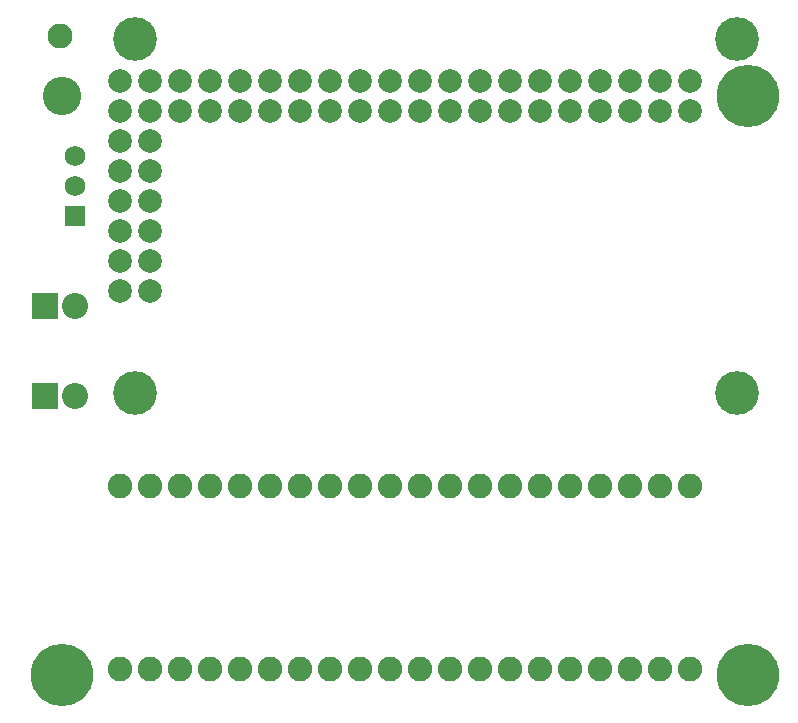
<source format=gbs>
G04 Layer: BottomSolderMaskLayer*
G04 EasyEDA v6.3.22, 2020-01-25T23:38:18+00:00*
G04 9703bbce67ff49f59cf1a8212616356f,50f9dc15ed21485093dd89aa00421481,09*
G04 Gerber Generator version 0.2*
G04 Scale: 100 percent, Rotated: No, Reflected: No *
G04 Dimensions in inches *
G04 leading zeros omitted , absolute positions ,2 integer and 4 decimal *
%FSLAX24Y24*%
%MOIN*%
G90*
G70D02*

%ADD38C,0.078866*%
%ADD39C,0.082000*%
%ADD41C,0.086740*%
%ADD45C,0.082803*%
%ADD47C,0.068000*%
%ADD48C,0.128000*%
%ADD49C,0.145790*%
%ADD50C,0.208000*%

%LPD*%
G54D38*
G01X4300Y19165D03*
G01X4300Y18165D03*
G01X4300Y17165D03*
G01X4300Y16165D03*
G01X4300Y15165D03*
G01X4300Y14165D03*
G01X3300Y14165D03*
G01X3300Y15165D03*
G01X3300Y16165D03*
G01X3300Y17165D03*
G01X3300Y18165D03*
G01X22300Y21165D03*
G01X22300Y20165D03*
G01X21300Y21165D03*
G01X21300Y20165D03*
G01X20300Y21165D03*
G01X20300Y20165D03*
G01X19300Y21165D03*
G01X19300Y20165D03*
G01X18300Y20165D03*
G01X17300Y21165D03*
G01X17300Y20165D03*
G01X16300Y21165D03*
G01X16300Y20165D03*
G01X15300Y21165D03*
G01X15300Y20165D03*
G01X14300Y21165D03*
G01X14300Y20165D03*
G01X13300Y21165D03*
G01X13300Y20165D03*
G01X12300Y21165D03*
G01X12300Y20165D03*
G01X11300Y21165D03*
G01X11300Y20165D03*
G01X10300Y21165D03*
G01X10300Y20165D03*
G01X9300Y21165D03*
G01X9300Y20165D03*
G01X8300Y21165D03*
G01X8300Y20165D03*
G01X7300Y21165D03*
G01X7300Y20165D03*
G01X6300Y21165D03*
G01X6300Y20165D03*
G01X5300Y21165D03*
G01X5300Y20165D03*
G01X4300Y21165D03*
G01X4300Y20165D03*
G01X3300Y21165D03*
G54D39*
G01X3300Y7665D03*
G01X4300Y7665D03*
G01X5300Y7665D03*
G01X6300Y7665D03*
G01X7300Y7665D03*
G01X8300Y7665D03*
G01X9300Y7665D03*
G01X10300Y7665D03*
G01X11300Y7665D03*
G01X12300Y7665D03*
G01X13300Y7665D03*
G01X14300Y7665D03*
G01X15300Y7665D03*
G01X16300Y7665D03*
G01X17300Y7665D03*
G01X18300Y7665D03*
G01X19300Y7665D03*
G01X20300Y7665D03*
G01X21300Y7665D03*
G01X22300Y7665D03*
G01X22300Y1565D03*
G01X21300Y1565D03*
G01X20300Y1565D03*
G01X19300Y1565D03*
G01X18300Y1565D03*
G01X17300Y1565D03*
G01X16300Y1565D03*
G01X15300Y1565D03*
G01X13300Y1565D03*
G01X12300Y1565D03*
G01X11300Y1565D03*
G01X10300Y1565D03*
G01X9300Y1565D03*
G01X8300Y1565D03*
G01X7300Y1565D03*
G01X6300Y1565D03*
G01X5300Y1565D03*
G01X4300Y1565D03*
G01X3300Y1565D03*
G01X14300Y1565D03*
G54D38*
G01X22300Y21165D03*
G01X22300Y20165D03*
G01X21300Y21165D03*
G01X21300Y20165D03*
G01X20300Y21165D03*
G01X20300Y20165D03*
G01X19300Y21165D03*
G01X19300Y20165D03*
G01X18300Y21165D03*
G01X18300Y20165D03*
G01X17300Y21165D03*
G01X17300Y20165D03*
G01X16300Y21165D03*
G01X16300Y20165D03*
G01X15300Y21165D03*
G01X15300Y20165D03*
G01X14300Y21165D03*
G01X14300Y20165D03*
G01X13300Y21165D03*
G01X13300Y20165D03*
G01X12300Y21165D03*
G01X12300Y20165D03*
G01X11300Y21165D03*
G01X11300Y20165D03*
G01X10300Y21165D03*
G01X10300Y20165D03*
G01X9300Y21165D03*
G01X9300Y20165D03*
G01X8300Y21165D03*
G01X8300Y20165D03*
G01X7300Y21165D03*
G01X7300Y20165D03*
G01X6300Y21165D03*
G01X6300Y20165D03*
G01X5300Y21165D03*
G01X5300Y20165D03*
G01X4300Y21165D03*
G01X4300Y20165D03*
G01X3300Y21165D03*
G01X4300Y19165D03*
G01X4300Y18165D03*
G01X4300Y17165D03*
G01X4300Y16165D03*
G01X4300Y15165D03*
G01X4300Y14165D03*
G01X3300Y14165D03*
G01X3300Y15165D03*
G01X3300Y16165D03*
G01X3300Y17165D03*
G01X3300Y18165D03*
G36*
G01X366Y13232D02*
G01X366Y14099D01*
G01X1234Y14099D01*
G01X1234Y13232D01*
G01X366Y13232D01*
G37*
G54D41*
G01X1800Y13665D03*
G36*
G01X366Y10232D02*
G01X366Y11099D01*
G01X1234Y11099D01*
G01X1234Y10232D01*
G01X366Y10232D01*
G37*
G01X1800Y10665D03*
G54D38*
G01X3300Y7665D03*
G01X4300Y7665D03*
G01X5300Y7665D03*
G01X6300Y7665D03*
G01X7300Y7665D03*
G01X8300Y7665D03*
G01X9300Y7665D03*
G01X10300Y7665D03*
G01X11300Y7665D03*
G01X12300Y7665D03*
G01X13300Y7665D03*
G01X14300Y7665D03*
G01X15300Y7665D03*
G01X16300Y7665D03*
G01X17300Y7665D03*
G01X18300Y7665D03*
G01X19300Y7665D03*
G01X20300Y7665D03*
G01X21300Y7665D03*
G01X22300Y7665D03*
G01X22300Y1562D03*
G01X21300Y1562D03*
G01X20300Y1562D03*
G01X19300Y1562D03*
G01X18300Y1562D03*
G01X17300Y1562D03*
G01X16300Y1562D03*
G01X15300Y1562D03*
G01X13300Y1562D03*
G01X12300Y1562D03*
G01X11300Y1562D03*
G01X10300Y1562D03*
G01X9300Y1562D03*
G01X8300Y1562D03*
G01X7300Y1562D03*
G01X6300Y1562D03*
G01X5300Y1562D03*
G01X4300Y1562D03*
G01X3300Y1562D03*
G01X14300Y1562D03*
G01X4300Y19165D03*
G01X4300Y18165D03*
G01X4300Y17165D03*
G01X4300Y16165D03*
G01X4300Y15165D03*
G01X4300Y14165D03*
G01X3300Y14165D03*
G01X3300Y15165D03*
G01X3300Y16165D03*
G01X3300Y17165D03*
G01X3300Y18165D03*
G01X3300Y19165D03*
G01X22300Y21165D03*
G01X22300Y20165D03*
G01X21300Y21165D03*
G01X21300Y20165D03*
G01X20300Y21165D03*
G01X20300Y20165D03*
G01X19300Y21165D03*
G01X19300Y20165D03*
G01X18300Y21165D03*
G01X18300Y20165D03*
G01X17300Y21165D03*
G01X17300Y20165D03*
G01X16300Y21165D03*
G01X16300Y20165D03*
G01X15300Y21165D03*
G01X15300Y20165D03*
G01X14300Y21165D03*
G01X14300Y20165D03*
G01X13300Y21165D03*
G01X13300Y20165D03*
G01X12300Y21165D03*
G01X12300Y20165D03*
G01X11300Y21165D03*
G01X11300Y20165D03*
G01X10300Y21165D03*
G01X10300Y20165D03*
G01X9300Y21165D03*
G01X9300Y20165D03*
G01X8300Y21165D03*
G01X8300Y20165D03*
G01X7300Y21165D03*
G01X7300Y20165D03*
G01X6300Y21165D03*
G01X6300Y20165D03*
G01X5300Y21165D03*
G01X5300Y20165D03*
G01X4300Y21165D03*
G01X4300Y20165D03*
G01X3300Y21165D03*
G01X3300Y20165D03*
G36*
G01X366Y13232D02*
G01X366Y14099D01*
G01X1234Y14099D01*
G01X1234Y13232D01*
G01X366Y13232D01*
G37*
G54D41*
G01X1800Y13665D03*
G36*
G01X366Y10232D02*
G01X366Y11099D01*
G01X1234Y11099D01*
G01X1234Y10232D01*
G01X366Y10232D01*
G37*
G01X1800Y10665D03*
G54D45*
G01X1295Y22669D03*
G36*
G01X1460Y16325D02*
G01X1460Y17005D01*
G01X2140Y17005D01*
G01X2140Y16325D01*
G01X1460Y16325D01*
G37*
G54D47*
G01X1800Y17665D03*
G01X1800Y18665D03*
G54D48*
G01X1382Y20665D03*
G54D49*
G01X23878Y10760D03*
G01X23878Y22571D03*
G01X3800Y22571D03*
G01X3800Y10760D03*
G54D50*
G01X24217Y20665D03*
G01X1382Y1374D03*
G01X24217Y1374D03*
M00*
M02*

</source>
